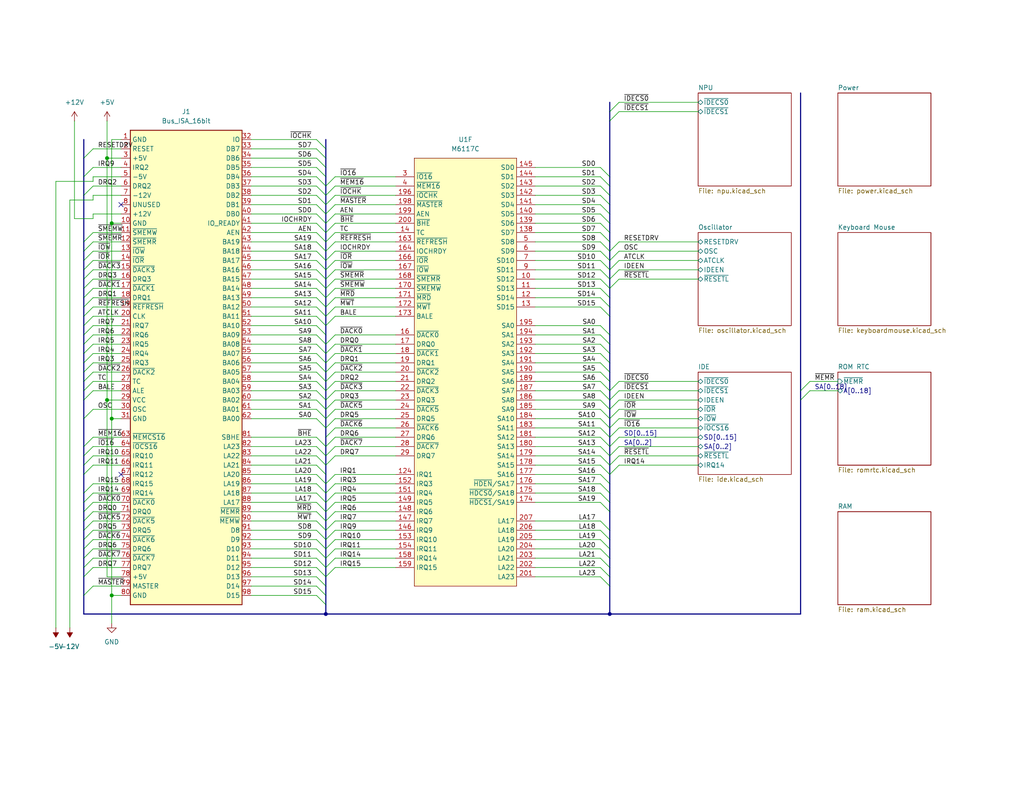
<source format=kicad_sch>
(kicad_sch (version 20231120) (generator "eeschema") (generator_version "8.0")
  (paper "USLetter")
  (junction (at 30.48 162.56))
  (junction (at 29.21 109.22))
  (junction (at 166.37 167.64))
  (junction (at 30.48 114.3))
  (junction (at 88.9 167.64))
  (junction (at 29.21 43.18))
  (junction (at 30.48 60.96))
  (no_connect (at 33.02 55.88))
  (no_connect (at 33.02 129.54))
  (bus_entry (at 86.36 55.88) (size 2.54 2.54))
  (bus_entry (at 86.36 137.16) (size 2.54 2.54))
  (bus_entry (at 168.91 127) (size -2.54 2.54))
  (bus_entry (at 91.44 60.96) (size -2.54 2.54))
  (bus_entry (at 91.44 73.66) (size -2.54 2.54))
  (bus_entry (at 86.36 78.74) (size 2.54 2.54))
  (bus_entry (at 25.4 96.52) (size -2.54 2.54))
  (bus_entry (at 25.4 78.74) (size -2.54 2.54))
  (bus_entry (at 86.36 119.38) (size 2.54 2.54))
  (bus_entry (at 163.83 109.22) (size 2.54 2.54))
  (bus_entry (at 86.36 86.36) (size 2.54 2.54))
  (bus_entry (at 163.83 91.44) (size 2.54 2.54))
  (bus_entry (at 163.83 111.76) (size 2.54 2.54))
  (bus_entry (at 91.44 99.06) (size -2.54 2.54))
  (bus_entry (at 168.91 73.66) (size -2.54 2.54))
  (bus_entry (at 168.91 104.14) (size -2.54 2.54))
  (bus_entry (at 25.4 137.16) (size -2.54 2.54))
  (bus_entry (at 25.4 139.7) (size -2.54 2.54))
  (bus_entry (at 86.36 40.64) (size 2.54 2.54))
  (bus_entry (at 25.4 50.8) (size -2.54 2.54))
  (bus_entry (at 163.83 157.48) (size 2.54 2.54))
  (bus_entry (at 91.44 48.26) (size -2.54 2.54))
  (bus_entry (at 86.36 114.3) (size 2.54 2.54))
  (bus_entry (at 86.36 109.22) (size 2.54 2.54))
  (bus_entry (at 25.4 40.64) (size -2.54 2.54))
  (bus_entry (at 91.44 111.76) (size -2.54 2.54))
  (bus_entry (at 86.36 38.1) (size 2.54 2.54))
  (bus_entry (at 91.44 132.08) (size -2.54 2.54))
  (bus_entry (at 25.4 160.02) (size -2.54 2.54))
  (bus_entry (at 91.44 134.62) (size -2.54 2.54))
  (bus_entry (at 168.91 106.68) (size -2.54 2.54))
  (bus_entry (at 168.91 109.22) (size -2.54 2.54))
  (bus_entry (at 91.44 144.78) (size -2.54 2.54))
  (bus_entry (at 25.4 45.72) (size -2.54 2.54))
  (bus_entry (at 25.4 132.08) (size -2.54 2.54))
  (bus_entry (at 25.4 121.92) (size -2.54 2.54))
  (bus_entry (at 163.83 144.78) (size 2.54 2.54))
  (bus_entry (at 86.36 63.5) (size 2.54 2.54))
  (bus_entry (at 25.4 101.6) (size -2.54 2.54))
  (bus_entry (at 163.83 124.46) (size 2.54 2.54))
  (bus_entry (at 25.4 63.5) (size -2.54 2.54))
  (bus_entry (at 86.36 81.28) (size 2.54 2.54))
  (bus_entry (at 86.36 124.46) (size 2.54 2.54))
  (bus_entry (at 25.4 124.46) (size -2.54 2.54))
  (bus_entry (at 86.36 162.56) (size 2.54 2.54))
  (bus_entry (at 86.36 104.14) (size 2.54 2.54))
  (bus_entry (at 91.44 147.32) (size -2.54 2.54))
  (bus_entry (at 163.83 48.26) (size 2.54 2.54))
  (bus_entry (at 86.36 45.72) (size 2.54 2.54))
  (bus_entry (at 86.36 144.78) (size 2.54 2.54))
  (bus_entry (at 25.4 154.94) (size -2.54 2.54))
  (bus_entry (at 163.83 96.52) (size 2.54 2.54))
  (bus_entry (at 163.83 71.12) (size 2.54 2.54))
  (bus_entry (at 163.83 132.08) (size 2.54 2.54))
  (bus_entry (at 86.36 76.2) (size 2.54 2.54))
  (bus_entry (at 163.83 106.68) (size 2.54 2.54))
  (bus_entry (at 168.91 119.38) (size -2.54 2.54))
  (bus_entry (at 168.91 114.3) (size -2.54 2.54))
  (bus_entry (at 163.83 50.8) (size 2.54 2.54))
  (bus_entry (at 218.44 109.22) (size 2.54 -2.54))
  (bus_entry (at 25.4 91.44) (size -2.54 2.54))
  (bus_entry (at 168.91 76.2) (size -2.54 2.54))
  (bus_entry (at 86.36 58.42) (size 2.54 2.54))
  (bus_entry (at 86.36 91.44) (size 2.54 2.54))
  (bus_entry (at 86.36 127) (size 2.54 2.54))
  (bus_entry (at 163.83 127) (size 2.54 2.54))
  (bus_entry (at 163.83 142.24) (size 2.54 2.54))
  (bus_entry (at 91.44 124.46) (size -2.54 2.54))
  (bus_entry (at 163.83 83.82) (size 2.54 2.54))
  (bus_entry (at 25.4 86.36) (size -2.54 2.54))
  (bus_entry (at 163.83 121.92) (size 2.54 2.54))
  (bus_entry (at 163.83 93.98) (size 2.54 2.54))
  (bus_entry (at 25.4 81.28) (size -2.54 2.54))
  (bus_entry (at 91.44 50.8) (size -2.54 2.54))
  (bus_entry (at 218.44 106.68) (size 2.54 -2.54))
  (bus_entry (at 86.36 149.86) (size 2.54 2.54))
  (bus_entry (at 86.36 48.26) (size 2.54 2.54))
  (bus_entry (at 91.44 78.74) (size -2.54 2.54))
  (bus_entry (at 86.36 152.4) (size 2.54 2.54))
  (bus_entry (at 163.83 129.54) (size 2.54 2.54))
  (bus_entry (at 91.44 114.3) (size -2.54 2.54))
  (bus_entry (at 86.36 71.12) (size 2.54 2.54))
  (bus_entry (at 91.44 142.24) (size -2.54 2.54))
  (bus_entry (at 25.4 99.06) (size -2.54 2.54))
  (bus_entry (at 25.4 127) (size -2.54 2.54))
  (bus_entry (at 25.4 142.24) (size -2.54 2.54))
  (bus_entry (at 163.83 78.74) (size 2.54 2.54))
  (bus_entry (at 91.44 121.92) (size -2.54 2.54))
  (bus_entry (at 163.83 134.62) (size 2.54 2.54))
  (bus_entry (at 91.44 66.04) (size -2.54 2.54))
  (bus_entry (at 25.4 71.12) (size -2.54 2.54))
  (bus_entry (at 91.44 152.4) (size -2.54 2.54))
  (bus_entry (at 163.83 81.28) (size 2.54 2.54))
  (bus_entry (at 91.44 116.84) (size -2.54 2.54))
  (bus_entry (at 168.91 30.48) (size -2.54 2.54))
  (bus_entry (at 86.36 73.66) (size 2.54 2.54))
  (bus_entry (at 91.44 129.54) (size -2.54 2.54))
  (bus_entry (at 168.91 68.58) (size -2.54 2.54))
  (bus_entry (at 25.4 66.04) (size -2.54 2.54))
  (bus_entry (at 25.4 104.14) (size -2.54 2.54))
  (bus_entry (at 163.83 114.3) (size 2.54 2.54))
  (bus_entry (at 91.44 68.58) (size -2.54 2.54))
  (bus_entry (at 168.91 121.92) (size -2.54 2.54))
  (bus_entry (at 163.83 99.06) (size 2.54 2.54))
  (bus_entry (at 86.36 121.92) (size 2.54 2.54))
  (bus_entry (at 86.36 157.48) (size 2.54 2.54))
  (bus_entry (at 163.83 68.58) (size 2.54 2.54))
  (bus_entry (at 91.44 139.7) (size -2.54 2.54))
  (bus_entry (at 91.44 101.6) (size -2.54 2.54))
  (bus_entry (at 86.36 134.62) (size 2.54 2.54))
  (bus_entry (at 163.83 53.34) (size 2.54 2.54))
  (bus_entry (at 25.4 144.78) (size -2.54 2.54))
  (bus_entry (at 25.4 111.76) (size -2.54 2.54))
  (bus_entry (at 163.83 60.96) (size 2.54 2.54))
  (bus_entry (at 86.36 88.9) (size 2.54 2.54))
  (bus_entry (at 25.4 149.86) (size -2.54 2.54))
  (bus_entry (at 86.36 66.04) (size 2.54 2.54))
  (bus_entry (at 91.44 76.2) (size -2.54 2.54))
  (bus_entry (at 163.83 104.14) (size 2.54 2.54))
  (bus_entry (at 86.36 96.52) (size 2.54 2.54))
  (bus_entry (at 25.4 106.68) (size -2.54 2.54))
  (bus_entry (at 86.36 154.94) (size 2.54 2.54))
  (bus_entry (at 91.44 154.94) (size -2.54 2.54))
  (bus_entry (at 25.4 93.98) (size -2.54 2.54))
  (bus_entry (at 168.91 124.46) (size -2.54 2.54))
  (bus_entry (at 163.83 101.6) (size 2.54 2.54))
  (bus_entry (at 86.36 147.32) (size 2.54 2.54))
  (bus_entry (at 163.83 137.16) (size 2.54 2.54))
  (bus_entry (at 91.44 93.98) (size -2.54 2.54))
  (bus_entry (at 86.36 106.68) (size 2.54 2.54))
  (bus_entry (at 86.36 53.34) (size 2.54 2.54))
  (bus_entry (at 168.91 116.84) (size -2.54 2.54))
  (bus_entry (at 25.4 68.58) (size -2.54 2.54))
  (bus_entry (at 163.83 147.32) (size 2.54 2.54))
  (bus_entry (at 86.36 142.24) (size 2.54 2.54))
  (bus_entry (at 163.83 73.66) (size 2.54 2.54))
  (bus_entry (at 163.83 154.94) (size 2.54 2.54))
  (bus_entry (at 91.44 58.42) (size -2.54 2.54))
  (bus_entry (at 91.44 86.36) (size -2.54 2.54))
  (bus_entry (at 86.36 160.02) (size 2.54 2.54))
  (bus_entry (at 91.44 106.68) (size -2.54 2.54))
  (bus_entry (at 91.44 71.12) (size -2.54 2.54))
  (bus_entry (at 91.44 96.52) (size -2.54 2.54))
  (bus_entry (at 163.83 66.04) (size 2.54 2.54))
  (bus_entry (at 168.91 66.04) (size -2.54 2.54))
  (bus_entry (at 25.4 76.2) (size -2.54 2.54))
  (bus_entry (at 168.91 27.94) (size -2.54 2.54))
  (bus_entry (at 168.91 71.12) (size -2.54 2.54))
  (bus_entry (at 91.44 83.82) (size -2.54 2.54))
  (bus_entry (at 163.83 58.42) (size 2.54 2.54))
  (bus_entry (at 25.4 119.38) (size -2.54 2.54))
  (bus_entry (at 86.36 68.58) (size 2.54 2.54))
  (bus_entry (at 91.44 53.34) (size -2.54 2.54))
  (bus_entry (at 25.4 134.62) (size -2.54 2.54))
  (bus_entry (at 163.83 55.88) (size 2.54 2.54))
  (bus_entry (at 163.83 116.84) (size 2.54 2.54))
  (bus_entry (at 86.36 139.7) (size 2.54 2.54))
  (bus_entry (at 25.4 147.32) (size -2.54 2.54))
  (bus_entry (at 163.83 45.72) (size 2.54 2.54))
  (bus_entry (at 86.36 50.8) (size 2.54 2.54))
  (bus_entry (at 25.4 73.66) (size -2.54 2.54))
  (bus_entry (at 25.4 152.4) (size -2.54 2.54))
  (bus_entry (at 91.44 81.28) (size -2.54 2.54))
  (bus_entry (at 91.44 149.86) (size -2.54 2.54))
  (bus_entry (at 86.36 111.76) (size 2.54 2.54))
  (bus_entry (at 91.44 63.5) (size -2.54 2.54))
  (bus_entry (at 86.36 99.06) (size 2.54 2.54))
  (bus_entry (at 91.44 137.16) (size -2.54 2.54))
  (bus_entry (at 86.36 83.82) (size 2.54 2.54))
  (bus_entry (at 163.83 63.5) (size 2.54 2.54))
  (bus_entry (at 91.44 119.38) (size -2.54 2.54))
  (bus_entry (at 91.44 104.14) (size -2.54 2.54))
  (bus_entry (at 86.36 43.18) (size 2.54 2.54))
  (bus_entry (at 163.83 119.38) (size 2.54 2.54))
  (bus_entry (at 163.83 149.86) (size 2.54 2.54))
  (bus_entry (at 86.36 129.54) (size 2.54 2.54))
  (bus_entry (at 86.36 132.08) (size 2.54 2.54))
  (bus_entry (at 168.91 111.76) (size -2.54 2.54))
  (bus_entry (at 86.36 60.96) (size 2.54 2.54))
  (bus_entry (at 163.83 88.9) (size 2.54 2.54))
  (bus_entry (at 25.4 83.82) (size -2.54 2.54))
  (bus_entry (at 86.36 93.98) (size 2.54 2.54))
  (bus_entry (at 86.36 101.6) (size 2.54 2.54))
  (bus_entry (at 91.44 55.88) (size -2.54 2.54))
  (bus_entry (at 163.83 76.2) (size 2.54 2.54))
  (bus_entry (at 25.4 88.9) (size -2.54 2.54))
  (bus_entry (at 163.83 152.4) (size 2.54 2.54))
  (bus_entry (at 91.44 109.22) (size -2.54 2.54))
  (bus_entry (at 91.44 91.44) (size -2.54 2.54))
  (bus (pts (xy 22.86 48.26) (xy 22.86 53.34)))
  (bus (pts (xy 166.37 106.68) (xy 166.37 109.22)))
  (wire (pts (xy 146.05 53.34) (xy 163.83 53.34)))
  (wire (pts (xy 25.4 91.44) (xy 33.02 91.44)))
  (wire (pts (xy 91.44 134.62) (xy 107.95 134.62)))
  (bus (pts (xy 88.9 119.38) (xy 88.9 121.92)))
  (wire (pts (xy 68.58 137.16) (xy 86.36 137.16)))
  (wire (pts (xy 30.48 60.96) (xy 33.02 60.96)))
  (bus (pts (xy 88.9 121.92) (xy 88.9 124.46)))
  (wire (pts (xy 68.58 154.94) (xy 86.36 154.94)))
  (wire (pts (xy 91.44 109.22) (xy 107.95 109.22)))
  (bus (pts (xy 166.37 129.54) (xy 166.37 132.08)))
  (bus (pts (xy 166.37 137.16) (xy 166.37 139.7)))
  (bus (pts (xy 166.37 55.88) (xy 166.37 58.42)))
  (wire (pts (xy 168.91 109.22) (xy 190.5 109.22)))
  (wire (pts (xy 29.21 33.02) (xy 29.21 43.18)))
  (bus (pts (xy 166.37 96.52) (xy 166.37 99.06)))
  (bus (pts (xy 88.9 91.44) (xy 88.9 93.98)))
  (wire (pts (xy 68.58 55.88) (xy 86.36 55.88)))
  (wire (pts (xy 25.4 48.26) (xy 25.4 49.53)))
  (wire (pts (xy 25.4 73.66) (xy 33.02 73.66)))
  (wire (pts (xy 25.4 86.36) (xy 33.02 86.36)))
  (wire (pts (xy 25.4 50.8) (xy 33.02 50.8)))
  (wire (pts (xy 146.05 104.14) (xy 163.83 104.14)))
  (bus (pts (xy 166.37 134.62) (xy 166.37 137.16)))
  (bus (pts (xy 22.86 106.68) (xy 22.86 109.22)))
  (wire (pts (xy 68.58 134.62) (xy 86.36 134.62)))
  (wire (pts (xy 68.58 121.92) (xy 86.36 121.92)))
  (bus (pts (xy 166.37 139.7) (xy 166.37 144.78)))
  (wire (pts (xy 146.05 114.3) (xy 163.83 114.3)))
  (wire (pts (xy 25.4 58.42) (xy 25.4 59.69)))
  (wire (pts (xy 68.58 144.78) (xy 86.36 144.78)))
  (bus (pts (xy 88.9 142.24) (xy 88.9 144.78)))
  (wire (pts (xy 91.44 104.14) (xy 107.95 104.14)))
  (wire (pts (xy 29.21 109.22) (xy 29.21 157.48)))
  (wire (pts (xy 146.05 93.98) (xy 163.83 93.98)))
  (bus (pts (xy 88.9 76.2) (xy 88.9 78.74)))
  (bus (pts (xy 22.86 38.1) (xy 22.86 43.18)))
  (bus (pts (xy 22.86 144.78) (xy 22.86 147.32)))
  (wire (pts (xy 146.05 129.54) (xy 163.83 129.54)))
  (bus (pts (xy 88.9 53.34) (xy 88.9 55.88)))
  (wire (pts (xy 91.44 53.34) (xy 107.95 53.34)))
  (wire (pts (xy 25.4 104.14) (xy 33.02 104.14)))
  (wire (pts (xy 25.4 137.16) (xy 33.02 137.16)))
  (bus (pts (xy 88.9 127) (xy 88.9 129.54)))
  (wire (pts (xy 25.4 111.76) (xy 33.02 111.76)))
  (wire (pts (xy 68.58 43.18) (xy 86.36 43.18)))
  (bus (pts (xy 22.86 154.94) (xy 22.86 157.48)))
  (wire (pts (xy 25.4 121.92) (xy 33.02 121.92)))
  (bus (pts (xy 88.9 45.72) (xy 88.9 48.26)))
  (wire (pts (xy 25.4 93.98) (xy 33.02 93.98)))
  (wire (pts (xy 25.4 49.53) (xy 15.24 49.53)))
  (bus (pts (xy 166.37 73.66) (xy 166.37 76.2)))
  (wire (pts (xy 20.32 33.02) (xy 20.32 59.69)))
  (wire (pts (xy 91.44 48.26) (xy 107.95 48.26)))
  (bus (pts (xy 166.37 93.98) (xy 166.37 96.52)))
  (wire (pts (xy 25.4 144.78) (xy 33.02 144.78)))
  (wire (pts (xy 68.58 76.2) (xy 86.36 76.2)))
  (bus (pts (xy 22.86 162.56) (xy 22.86 167.64)))
  (wire (pts (xy 91.44 154.94) (xy 107.95 154.94)))
  (bus (pts (xy 22.86 139.7) (xy 22.86 142.24)))
  (wire (pts (xy 30.48 162.56) (xy 30.48 170.18)))
  (wire (pts (xy 29.21 157.48) (xy 33.02 157.48)))
  (wire (pts (xy 68.58 66.04) (xy 86.36 66.04)))
  (wire (pts (xy 91.44 121.92) (xy 107.95 121.92)))
  (bus (pts (xy 166.37 68.58) (xy 166.37 71.12)))
  (wire (pts (xy 25.4 142.24) (xy 33.02 142.24)))
  (wire (pts (xy 220.98 106.68) (xy 228.6 106.68)))
  (bus (pts (xy 166.37 58.42) (xy 166.37 60.96)))
  (wire (pts (xy 146.05 63.5) (xy 163.83 63.5)))
  (bus (pts (xy 166.37 81.28) (xy 166.37 83.82)))
  (bus (pts (xy 22.86 91.44) (xy 22.86 93.98)))
  (bus (pts (xy 88.9 99.06) (xy 88.9 101.6)))
  (wire (pts (xy 25.4 101.6) (xy 33.02 101.6)))
  (wire (pts (xy 68.58 81.28) (xy 86.36 81.28)))
  (bus (pts (xy 166.37 86.36) (xy 166.37 91.44)))
  (wire (pts (xy 146.05 147.32) (xy 163.83 147.32)))
  (wire (pts (xy 91.44 99.06) (xy 107.95 99.06)))
  (bus (pts (xy 166.37 99.06) (xy 166.37 101.6)))
  (bus (pts (xy 166.37 149.86) (xy 166.37 152.4)))
  (wire (pts (xy 68.58 99.06) (xy 86.36 99.06)))
  (wire (pts (xy 146.05 81.28) (xy 163.83 81.28)))
  (wire (pts (xy 68.58 106.68) (xy 86.36 106.68)))
  (wire (pts (xy 168.91 76.2) (xy 190.5 76.2)))
  (wire (pts (xy 25.4 147.32) (xy 33.02 147.32)))
  (bus (pts (xy 88.9 134.62) (xy 88.9 137.16)))
  (wire (pts (xy 68.58 91.44) (xy 86.36 91.44)))
  (bus (pts (xy 22.86 134.62) (xy 22.86 137.16)))
  (wire (pts (xy 91.44 76.2) (xy 107.95 76.2)))
  (bus (pts (xy 166.37 116.84) (xy 166.37 119.38)))
  (wire (pts (xy 68.58 78.74) (xy 86.36 78.74)))
  (wire (pts (xy 146.05 154.94) (xy 163.83 154.94)))
  (wire (pts (xy 25.4 76.2) (xy 33.02 76.2)))
  (wire (pts (xy 30.48 60.96) (xy 30.48 114.3)))
  (wire (pts (xy 68.58 48.26) (xy 86.36 48.26)))
  (wire (pts (xy 91.44 111.76) (xy 107.95 111.76)))
  (wire (pts (xy 33.02 58.42) (xy 25.4 58.42)))
  (wire (pts (xy 68.58 132.08) (xy 86.36 132.08)))
  (bus (pts (xy 22.86 83.82) (xy 22.86 86.36)))
  (bus (pts (xy 22.86 142.24) (xy 22.86 144.78)))
  (wire (pts (xy 68.58 114.3) (xy 86.36 114.3)))
  (wire (pts (xy 168.91 66.04) (xy 190.5 66.04)))
  (wire (pts (xy 146.05 88.9) (xy 163.83 88.9)))
  (wire (pts (xy 146.05 121.92) (xy 163.83 121.92)))
  (wire (pts (xy 19.05 54.61) (xy 19.05 171.45)))
  (wire (pts (xy 220.98 104.14) (xy 228.6 104.14)))
  (bus (pts (xy 22.86 167.64) (xy 88.9 167.64)))
  (wire (pts (xy 168.91 104.14) (xy 190.5 104.14)))
  (wire (pts (xy 68.58 101.6) (xy 86.36 101.6)))
  (wire (pts (xy 146.05 134.62) (xy 163.83 134.62)))
  (wire (pts (xy 168.91 68.58) (xy 190.5 68.58)))
  (wire (pts (xy 146.05 66.04) (xy 163.83 66.04)))
  (wire (pts (xy 168.91 73.66) (xy 190.5 73.66)))
  (bus (pts (xy 166.37 76.2) (xy 166.37 78.74)))
  (wire (pts (xy 68.58 109.22) (xy 86.36 109.22)))
  (wire (pts (xy 68.58 60.96) (xy 86.36 60.96)))
  (wire (pts (xy 91.44 119.38) (xy 107.95 119.38)))
  (wire (pts (xy 146.05 91.44) (xy 163.83 91.44)))
  (wire (pts (xy 91.44 55.88) (xy 107.95 55.88)))
  (bus (pts (xy 22.86 137.16) (xy 22.86 139.7)))
  (bus (pts (xy 88.9 66.04) (xy 88.9 68.58)))
  (bus (pts (xy 88.9 73.66) (xy 88.9 76.2)))
  (bus (pts (xy 166.37 60.96) (xy 166.37 63.5)))
  (wire (pts (xy 68.58 68.58) (xy 86.36 68.58)))
  (bus (pts (xy 88.9 139.7) (xy 88.9 142.24)))
  (bus (pts (xy 166.37 111.76) (xy 166.37 114.3)))
  (bus (pts (xy 166.37 104.14) (xy 166.37 106.68)))
  (wire (pts (xy 91.44 137.16) (xy 107.95 137.16)))
  (bus (pts (xy 88.9 58.42) (xy 88.9 60.96)))
  (bus (pts (xy 22.86 104.14) (xy 22.86 106.68)))
  (wire (pts (xy 168.91 116.84) (xy 190.5 116.84)))
  (wire (pts (xy 146.05 132.08) (xy 163.83 132.08)))
  (wire (pts (xy 68.58 149.86) (xy 86.36 149.86)))
  (bus (pts (xy 218.44 106.68) (xy 218.44 109.22)))
  (wire (pts (xy 91.44 68.58) (xy 107.95 68.58)))
  (bus (pts (xy 22.86 124.46) (xy 22.86 127)))
  (wire (pts (xy 146.05 45.72) (xy 163.83 45.72)))
  (bus (pts (xy 166.37 157.48) (xy 166.37 160.02)))
  (wire (pts (xy 91.44 50.8) (xy 107.95 50.8)))
  (bus (pts (xy 88.9 60.96) (xy 88.9 63.5)))
  (wire (pts (xy 68.58 96.52) (xy 86.36 96.52)))
  (bus (pts (xy 88.9 83.82) (xy 88.9 86.36)))
  (wire (pts (xy 146.05 157.48) (xy 163.83 157.48)))
  (bus (pts (xy 88.9 154.94) (xy 88.9 157.48)))
  (wire (pts (xy 68.58 71.12) (xy 86.36 71.12)))
  (wire (pts (xy 91.44 60.96) (xy 107.95 60.96)))
  (bus (pts (xy 88.9 152.4) (xy 88.9 154.94)))
  (wire (pts (xy 146.05 68.58) (xy 163.83 68.58)))
  (wire (pts (xy 68.58 139.7) (xy 86.36 139.7)))
  (wire (pts (xy 68.58 83.82) (xy 86.36 83.82)))
  (wire (pts (xy 146.05 48.26) (xy 163.83 48.26)))
  (wire (pts (xy 68.58 124.46) (xy 86.36 124.46)))
  (bus (pts (xy 166.37 101.6) (xy 166.37 104.14)))
  (bus (pts (xy 88.9 101.6) (xy 88.9 104.14)))
  (wire (pts (xy 25.4 68.58) (xy 33.02 68.58)))
  (bus (pts (xy 166.37 91.44) (xy 166.37 93.98)))
  (wire (pts (xy 25.4 124.46) (xy 33.02 124.46)))
  (wire (pts (xy 146.05 78.74) (xy 163.83 78.74)))
  (wire (pts (xy 25.4 134.62) (xy 33.02 134.62)))
  (wire (pts (xy 25.4 66.04) (xy 33.02 66.04)))
  (wire (pts (xy 146.05 50.8) (xy 163.83 50.8)))
  (wire (pts (xy 146.05 152.4) (xy 163.83 152.4)))
  (wire (pts (xy 68.58 157.48) (xy 86.36 157.48)))
  (wire (pts (xy 68.58 111.76) (xy 86.36 111.76)))
  (bus (pts (xy 88.9 157.48) (xy 88.9 160.02)))
  (bus (pts (xy 22.86 88.9) (xy 22.86 91.44)))
  (wire (pts (xy 25.4 40.64) (xy 33.02 40.64)))
  (bus (pts (xy 88.9 68.58) (xy 88.9 71.12)))
  (bus (pts (xy 88.9 38.1) (xy 88.9 40.64)))
  (bus (pts (xy 166.37 48.26) (xy 166.37 50.8)))
  (wire (pts (xy 91.44 91.44) (xy 107.95 91.44)))
  (wire (pts (xy 68.58 58.42) (xy 86.36 58.42)))
  (wire (pts (xy 146.05 149.86) (xy 163.83 149.86)))
  (wire (pts (xy 146.05 73.66) (xy 163.83 73.66)))
  (bus (pts (xy 88.9 137.16) (xy 88.9 139.7)))
  (bus (pts (xy 166.37 154.94) (xy 166.37 157.48)))
  (wire (pts (xy 91.44 73.66) (xy 107.95 73.66)))
  (wire (pts (xy 168.91 111.76) (xy 190.5 111.76)))
  (bus (pts (xy 22.86 109.22) (xy 22.86 114.3)))
  (wire (pts (xy 25.4 132.08) (xy 33.02 132.08)))
  (wire (pts (xy 15.24 171.45) (xy 15.24 49.53)))
  (wire (pts (xy 146.05 119.38) (xy 163.83 119.38)))
  (wire (pts (xy 33.02 38.1) (xy 30.48 38.1)))
  (wire (pts (xy 30.48 38.1) (xy 30.48 60.96)))
  (bus (pts (xy 88.9 93.98) (xy 88.9 96.52)))
  (bus (pts (xy 166.37 119.38) (xy 166.37 121.92)))
  (bus (pts (xy 166.37 53.34) (xy 166.37 55.88)))
  (bus (pts (xy 88.9 43.18) (xy 88.9 45.72)))
  (bus (pts (xy 88.9 96.52) (xy 88.9 99.06)))
  (bus (pts (xy 166.37 121.92) (xy 166.37 124.46)))
  (wire (pts (xy 68.58 93.98) (xy 86.36 93.98)))
  (wire (pts (xy 68.58 73.66) (xy 86.36 73.66)))
  (bus (pts (xy 88.9 111.76) (xy 88.9 114.3)))
  (wire (pts (xy 68.58 40.64) (xy 86.36 40.64)))
  (wire (pts (xy 146.05 137.16) (xy 163.83 137.16)))
  (wire (pts (xy 91.44 78.74) (xy 107.95 78.74)))
  (bus (pts (xy 218.44 25.4) (xy 218.44 106.68)))
  (wire (pts (xy 25.4 119.38) (xy 33.02 119.38)))
  (wire (pts (xy 91.44 63.5) (xy 107.95 63.5)))
  (wire (pts (xy 168.91 121.92) (xy 190.5 121.92)))
  (bus (pts (xy 88.9 78.74) (xy 88.9 81.28)))
  (wire (pts (xy 168.91 106.68) (xy 190.5 106.68)))
  (bus (pts (xy 88.9 50.8) (xy 88.9 53.34)))
  (bus (pts (xy 88.9 86.36) (xy 88.9 88.9)))
  (wire (pts (xy 168.91 71.12) (xy 190.5 71.12)))
  (bus (pts (xy 88.9 160.02) (xy 88.9 162.56)))
  (bus (pts (xy 22.86 152.4) (xy 22.86 154.94)))
  (wire (pts (xy 91.44 101.6) (xy 107.95 101.6)))
  (wire (pts (xy 91.44 152.4) (xy 107.95 152.4)))
  (bus (pts (xy 22.86 127) (xy 22.86 129.54)))
  (bus (pts (xy 22.86 99.06) (xy 22.86 101.6)))
  (wire (pts (xy 25.4 127) (xy 33.02 127)))
  (wire (pts (xy 91.44 147.32) (xy 107.95 147.32)))
  (bus (pts (xy 22.86 96.52) (xy 22.86 99.06)))
  (bus (pts (xy 166.37 71.12) (xy 166.37 73.66)))
  (bus (pts (xy 88.9 144.78) (xy 88.9 147.32)))
  (wire (pts (xy 29.21 43.18) (xy 29.21 109.22)))
  (bus (pts (xy 22.86 78.74) (xy 22.86 81.28)))
  (wire (pts (xy 30.48 162.56) (xy 33.02 162.56)))
  (wire (pts (xy 25.4 83.82) (xy 33.02 83.82)))
  (wire (pts (xy 91.44 93.98) (xy 107.95 93.98)))
  (wire (pts (xy 68.58 162.56) (xy 86.36 162.56)))
  (bus (pts (xy 22.86 121.92) (xy 22.86 124.46)))
  (bus (pts (xy 22.86 66.04) (xy 22.86 68.58)))
  (wire (pts (xy 146.05 127) (xy 163.83 127)))
  (wire (pts (xy 146.05 99.06) (xy 163.83 99.06)))
  (bus (pts (xy 166.37 83.82) (xy 166.37 86.36)))
  (bus (pts (xy 88.9 106.68) (xy 88.9 109.22)))
  (bus (pts (xy 166.37 30.48) (xy 166.37 33.02)))
  (bus (pts (xy 88.9 63.5) (xy 88.9 66.04)))
  (wire (pts (xy 30.48 114.3) (xy 30.48 162.56)))
  (wire (pts (xy 168.91 114.3) (xy 190.5 114.3)))
  (wire (pts (xy 25.4 139.7) (xy 33.02 139.7)))
  (wire (pts (xy 25.4 53.34) (xy 25.4 54.61)))
  (wire (pts (xy 25.4 160.02) (xy 33.02 160.02)))
  (bus (pts (xy 22.86 157.48) (xy 22.86 162.56)))
  (wire (pts (xy 68.58 129.54) (xy 86.36 129.54)))
  (wire (pts (xy 25.4 78.74) (xy 33.02 78.74)))
  (wire (pts (xy 91.44 132.08) (xy 107.95 132.08)))
  (bus (pts (xy 88.9 71.12) (xy 88.9 73.66)))
  (bus (pts (xy 88.9 124.46) (xy 88.9 127)))
  (bus (pts (xy 166.37 109.22) (xy 166.37 111.76)))
  (wire (pts (xy 25.4 59.69) (xy 20.32 59.69)))
  (wire (pts (xy 146.05 96.52) (xy 163.83 96.52)))
  (wire (pts (xy 68.58 53.34) (xy 86.36 53.34)))
  (wire (pts (xy 25.4 106.68) (xy 33.02 106.68)))
  (wire (pts (xy 146.05 76.2) (xy 163.83 76.2)))
  (wire (pts (xy 25.4 88.9) (xy 33.02 88.9)))
  (wire (pts (xy 68.58 119.38) (xy 86.36 119.38)))
  (wire (pts (xy 33.02 43.18) (xy 29.21 43.18)))
  (wire (pts (xy 68.58 88.9) (xy 86.36 88.9)))
  (wire (pts (xy 91.44 139.7) (xy 107.95 139.7)))
  (bus (pts (xy 166.37 27.94) (xy 166.37 30.48)))
  (bus (pts (xy 166.37 63.5) (xy 166.37 66.04)))
  (bus (pts (xy 22.86 114.3) (xy 22.86 121.92)))
  (bus (pts (xy 166.37 147.32) (xy 166.37 149.86)))
  (bus (pts (xy 88.9 114.3) (xy 88.9 116.84)))
  (wire (pts (xy 146.05 55.88) (xy 163.83 55.88)))
  (bus (pts (xy 22.86 76.2) (xy 22.86 78.74)))
  (wire (pts (xy 91.44 106.68) (xy 107.95 106.68)))
  (wire (pts (xy 91.44 142.24) (xy 107.95 142.24)))
  (wire (pts (xy 68.58 104.14) (xy 86.36 104.14)))
  (bus (pts (xy 22.86 93.98) (xy 22.86 96.52)))
  (wire (pts (xy 68.58 152.4) (xy 86.36 152.4)))
  (bus (pts (xy 88.9 147.32) (xy 88.9 149.86)))
  (wire (pts (xy 25.4 152.4) (xy 33.02 152.4)))
  (wire (pts (xy 168.91 30.48) (xy 190.5 30.48)))
  (wire (pts (xy 168.91 127) (xy 190.5 127)))
  (wire (pts (xy 146.05 58.42) (xy 163.83 58.42)))
  (bus (pts (xy 218.44 109.22) (xy 218.44 167.64)))
  (bus (pts (xy 166.37 124.46) (xy 166.37 127)))
  (bus (pts (xy 166.37 160.02) (xy 166.37 167.64)))
  (wire (pts (xy 68.58 38.1) (xy 86.36 38.1)))
  (bus (pts (xy 166.37 50.8) (xy 166.37 53.34)))
  (bus (pts (xy 22.86 53.34) (xy 22.86 66.04)))
  (wire (pts (xy 168.91 27.94) (xy 190.5 27.94)))
  (wire (pts (xy 91.44 144.78) (xy 107.95 144.78)))
  (bus (pts (xy 22.86 71.12) (xy 22.86 73.66)))
  (wire (pts (xy 146.05 124.46) (xy 163.83 124.46)))
  (wire (pts (xy 91.44 86.36) (xy 107.95 86.36)))
  (wire (pts (xy 25.4 149.86) (xy 33.02 149.86)))
  (wire (pts (xy 146.05 83.82) (xy 163.83 83.82)))
  (bus (pts (xy 88.9 40.64) (xy 88.9 43.18)))
  (wire (pts (xy 91.44 114.3) (xy 107.95 114.3)))
  (wire (pts (xy 68.58 63.5) (xy 86.36 63.5)))
  (bus (pts (xy 22.86 73.66) (xy 22.86 76.2)))
  (wire (pts (xy 146.05 109.22) (xy 163.83 109.22)))
  (wire (pts (xy 30.48 114.3) (xy 33.02 114.3)))
  (bus (pts (xy 22.86 68.58) (xy 22.86 71.12)))
  (bus (pts (xy 88.9 88.9) (xy 88.9 91.44)))
  (wire (pts (xy 146.05 60.96) (xy 163.83 60.96)))
  (wire (pts (xy 25.4 154.94) (xy 33.02 154.94)))
  (bus (pts (xy 88.9 104.14) (xy 88.9 106.68)))
  (wire (pts (xy 25.4 63.5) (xy 33.02 63.5)))
  (bus (pts (xy 88.9 109.22) (xy 88.9 111.76)))
  (wire (pts (xy 68.58 50.8) (xy 86.36 50.8)))
  (wire (pts (xy 25.4 54.61) (xy 19.05 54.61)))
  (wire (pts (xy 91.44 58.42) (xy 107.95 58.42)))
  (wire (pts (xy 25.4 71.12) (xy 33.02 71.12)))
  (wire (pts (xy 68.58 45.72) (xy 86.36 45.72)))
  (wire (pts (xy 33.02 48.26) (xy 25.4 48.26)))
  (bus (pts (xy 166.37 66.04) (xy 166.37 68.58)))
  (wire (pts (xy 168.91 119.38) (xy 190.5 119.38)))
  (wire (pts (xy 25.4 81.28) (xy 33.02 81.28)))
  (wire (pts (xy 68.58 127) (xy 86.36 127)))
  (bus (pts (xy 166.37 114.3) (xy 166.37 116.84)))
  (wire (pts (xy 68.58 147.32) (xy 86.36 147.32)))
  (wire (pts (xy 146.05 71.12) (xy 163.83 71.12)))
  (wire (pts (xy 168.91 124.46) (xy 190.5 124.46)))
  (wire (pts (xy 68.58 160.02) (xy 86.36 160.02)))
  (bus (pts (xy 88.9 165.1) (xy 88.9 167.64)))
  (bus (pts (xy 22.86 101.6) (xy 22.86 104.14)))
  (wire (pts (xy 91.44 83.82) (xy 107.95 83.82)))
  (bus (pts (xy 22.86 147.32) (xy 22.86 149.86)))
  (wire (pts (xy 91.44 66.04) (xy 107.95 66.04)))
  (wire (pts (xy 91.44 124.46) (xy 107.95 124.46)))
  (bus (pts (xy 88.9 162.56) (xy 88.9 165.1)))
  (wire (pts (xy 25.4 96.52) (xy 33.02 96.52)))
  (bus (pts (xy 22.86 149.86) (xy 22.86 152.4)))
  (bus (pts (xy 166.37 78.74) (xy 166.37 81.28)))
  (wire (pts (xy 146.05 106.68) (xy 163.83 106.68)))
  (bus (pts (xy 22.86 81.28) (xy 22.86 83.82)))
  (bus (pts (xy 166.37 144.78) (xy 166.37 147.32)))
  (bus (pts (xy 88.9 55.88) (xy 88.9 58.42)))
  (bus (pts (xy 88.9 116.84) (xy 88.9 119.38)))
  (wire (pts (xy 146.05 101.6) (xy 163.83 101.6)))
  (wire (pts (xy 91.44 116.84) (xy 107.95 116.84)))
  (bus (pts (xy 22.86 43.18) (xy 22.86 48.26)))
  (bus (pts (xy 88.9 129.54) (xy 88.9 132.08)))
  (wire (pts (xy 91.44 71.12) (xy 107.95 71.12)))
  (bus (pts (xy 166.37 167.64) (xy 218.44 167.64)))
  (wire (pts (xy 25.4 45.72) (xy 33.02 45.72)))
  (wire (pts (xy 146.05 144.78) (xy 163.83 144.78)))
  (bus (pts (xy 88.9 167.64) (xy 166.37 167.64)))
  (wire (pts (xy 33.02 53.34) (xy 25.4 53.34)))
  (wire (pts (xy 25.4 99.06) (xy 33.02 99.06)))
  (wire (pts (xy 91.44 149.86) (xy 107.95 149.86)))
  (bus (pts (xy 166.37 132.08) (xy 166.37 134.62)))
  (bus (pts (xy 22.86 129.54) (xy 22.86 134.62)))
  (wire (pts (xy 68.58 142.24) (xy 86.36 142.24)))
  (wire (pts (xy 91.44 96.52) (xy 107.95 96.52)))
  (bus (pts (xy 88.9 149.86) (xy 88.9 152.4)))
  (bus (pts (xy 166.37 33.02) (xy 166.37 48.26)))
  (wire (pts (xy 146.05 142.24) (xy 163.83 142.24)))
  (wire (pts (xy 146.05 111.76) (xy 163.83 111.76)))
  (bus (pts (xy 88.9 81.28) (xy 88.9 83.82)))
  (bus (pts (xy 166.37 152.4) (xy 166.37 154.94)))
  (bus (pts (xy 22.86 86.36) (xy 22.86 88.9)))
  (bus (pts (xy 166.37 127) (xy 166.37 129.54)))
  (bus (pts (xy 88.9 132.08) (xy 88.9 134.62)))
  (wire (pts (xy 146.05 116.84) (xy 163.83 116.84)))
  (wire (pts (xy 91.44 81.28) (xy 107.95 81.28)))
  (bus (pts (xy 88.9 48.26) (xy 88.9 50.8)))
  (wire (pts (xy 91.44 129.54) (xy 107.95 129.54)))
  (wire (pts (xy 29.21 109.22) (xy 33.02 109.22)))
  (wire (pts (xy 68.58 86.36) (xy 86.36 86.36)))
  (label "ATCLK" (at 170.18 71.12 0))
  (label "SD14" (at 162.56 81.28 180))
  (label "~{DACK6}" (at 92.71 116.84 0))
  (label "~{BHE}" (at 92.71 60.96 0))
  (label "SD15" (at 162.56 83.82 180))
  (label "~{DACK7}" (at 92.71 121.92 0))
  (label "SD6" (at 85.09 43.18 180))
  (label "SA5" (at 162.56 101.6 180))
  (label "IRQ6" (at 26.67 91.44 0))
  (label "SA3" (at 85.09 106.68 180))
  (label "SD5" (at 85.09 45.72 180))
  (label "IRQ14" (at 170.18 127 0))
  (label "LA21" (at 85.09 127 180))
  (label "SD4" (at 162.56 55.88 180))
  (label "SD14" (at 85.09 160.02 180))
  (label "SA11" (at 85.09 86.36 180))
  (label "SA6" (at 85.09 99.06 180))
  (label "IRQ1" (at 92.71 129.54 0))
  (label "~{DACK5}" (at 92.71 111.76 0))
  (label "~{IOR}" (at 170.18 111.76 0))
  (label "DRQ1" (at 26.67 81.28 0))
  (label "~{SMEMR}" (at 26.67 66.04 0))
  (label "IRQ15" (at 26.67 132.08 0))
  (label "TC" (at 26.67 104.14 0))
  (label "LA22" (at 85.09 124.46 180))
  (label "SD[0..15]" (at 170.18 119.38 0))
  (label "DRQ2" (at 92.71 104.14 0))
  (label "SA12" (at 85.09 83.82 180))
  (label "IRQ4" (at 26.67 96.52 0))
  (label "DRQ7" (at 92.71 124.46 0))
  (label "IRQ10" (at 92.71 147.32 0))
  (label "~{IDECS0}" (at 170.18 104.14 0))
  (label "IRQ14" (at 92.71 152.4 0))
  (label "~{DACK6}" (at 26.67 147.32 0))
  (label "~{REFRESH}" (at 26.67 83.82 0))
  (label "AEN" (at 85.09 63.5 180))
  (label "SD11" (at 162.56 73.66 180))
  (label "~{IOR}" (at 92.71 71.12 0))
  (label "DRQ3" (at 92.71 109.22 0))
  (label "DRQ5" (at 92.71 114.3 0))
  (label "LA19" (at 85.09 132.08 180))
  (label "OSC" (at 26.67 111.76 0))
  (label "IOCHRDY" (at 92.71 68.58 0))
  (label "IRQ15" (at 92.71 154.94 0))
  (label "~{MEM16}" (at 26.67 119.38 0))
  (label "IRQ11" (at 26.67 127 0))
  (label "SD1" (at 162.56 48.26 180))
  (label "LA18" (at 85.09 134.62 180))
  (label "LA18" (at 162.56 144.78 180))
  (label "SA12" (at 162.56 119.38 180))
  (label "SA8" (at 162.56 109.22 180))
  (label "~{DACK0}" (at 26.67 137.16 0))
  (label "SD9" (at 162.56 68.58 180))
  (label "SA19" (at 85.09 66.04 180))
  (label "SA13" (at 162.56 121.92 180))
  (label "SD4" (at 85.09 48.26 180))
  (label "~{DACK1}" (at 92.71 96.52 0))
  (label "~{MEMR}" (at 222.25 104.14 0))
  (label "SD10" (at 85.09 149.86 180))
  (label "SD0" (at 85.09 58.42 180))
  (label "SA7" (at 162.56 106.68 180))
  (label "~{IOW}" (at 92.71 73.66 0))
  (label "DRQ0" (at 92.71 93.98 0))
  (label "~{DACK1}" (at 26.67 78.74 0))
  (label "SD3" (at 85.09 50.8 180))
  (label "SD15" (at 85.09 162.56 180))
  (label "IRQ6" (at 92.71 139.7 0))
  (label "SD8" (at 85.09 144.78 180))
  (label "SD9" (at 85.09 147.32 180))
  (label "~{IO16}" (at 26.67 121.92 0))
  (label "SA7" (at 85.09 96.52 180))
  (label "IRQ3" (at 92.71 132.08 0))
  (label "~{DACK7}" (at 26.67 152.4 0))
  (label "SA9" (at 162.56 111.76 180))
  (label "SA19" (at 162.56 137.16 180))
  (label "IDEEN" (at 170.18 109.22 0))
  (label "SA0" (at 85.09 114.3 180))
  (label "SD1" (at 85.09 55.88 180))
  (label "SA0" (at 162.56 88.9 180))
  (label "LA17" (at 85.09 137.16 180))
  (label "~{IDECS1}" (at 170.18 106.68 0))
  (label "IRQ9" (at 92.71 144.78 0))
  (label "SA2" (at 162.56 93.98 180))
  (label "SA10" (at 85.09 88.9 180))
  (label "IRQ3" (at 26.67 99.06 0))
  (label "~{MRD}" (at 85.09 139.7 180))
  (label "IRQ14" (at 26.67 134.62 0))
  (label "TC" (at 92.71 63.5 0))
  (label "LA17" (at 162.56 142.24 180))
  (label "LA23" (at 85.09 121.92 180))
  (label "IRQ5" (at 26.67 93.98 0))
  (label "SA15" (at 85.09 76.2 180))
  (label "SD7" (at 85.09 40.64 180))
  (label "IRQ11" (at 92.71 149.86 0))
  (label "IRQ5" (at 92.71 137.16 0))
  (label "BALE" (at 26.67 106.68 0))
  (label "~{BHE}" (at 85.09 119.38 180))
  (label "SD5" (at 162.56 58.42 180))
  (label "~{MWT}" (at 92.71 83.82 0))
  (label "~{IOCHK}" (at 85.09 38.1 180))
  (label "SA18" (at 162.56 134.62 180))
  (label "DRQ7" (at 26.67 154.94 0))
  (label "SA4" (at 85.09 104.14 180))
  (label "SA4" (at 162.56 99.06 180))
  (label "~{SMEMR}" (at 92.71 76.2 0))
  (label "SD8" (at 162.56 66.04 180))
  (label "ATCLK" (at 26.67 86.36 0))
  (label "~{IOW}" (at 170.18 114.3 0))
  (label "AEN" (at 92.71 58.42 0))
  (label "~{IOCHK}" (at 92.71 53.34 0))
  (label "DRQ0" (at 26.67 139.7 0))
  (label "LA19" (at 162.56 147.32 180))
  (label "~{DACK3}" (at 92.71 106.68 0))
  (label "SD7" (at 162.56 63.5 180))
  (label "SD3" (at 162.56 53.34 180))
  (label "SA16" (at 162.56 129.54 180))
  (label "SA2" (at 85.09 109.22 180))
  (label "SA6" (at 162.56 104.14 180))
  (label "SA8" (at 85.09 93.98 180))
  (label "SA1" (at 85.09 111.76 180))
  (label "BALE" (at 92.71 86.36 0))
  (label "SD2" (at 162.56 50.8 180))
  (label "~{SMEMW}" (at 92.71 78.74 0))
  (label "~{MWT}" (at 85.09 142.24 180))
  (label "SA17" (at 85.09 71.12 180))
  (label "SA13" (at 85.09 81.28 180))
  (label "SD2" (at 85.09 53.34 180))
  (label "~{REFRESH}" (at 92.71 66.04 0))
  (label "~{DACK3}" (at 26.67 73.66 0))
  (label "~{IO16}" (at 170.18 116.84 0))
  (label "~{IDECS1}" (at 170.18 30.48 0))
  (label "IDEEN" (at 170.18 73.66 0))
  (label "IRQ7" (at 26.67 88.9 0))
  (label "SA1" (at 162.56 91.44 180))
  (label "LA23" (at 162.56 157.48 180))
  (label "RESETDRV" (at 26.67 40.64 0))
  (label "~{IOW}" (at 26.67 68.58 0))
  (label "~{IDECS0}" (at 170.18 27.94 0))
  (label "SA[0..18]" (at 222.25 106.68 0))
  (label "~{MASTER}" (at 26.67 160.02 0))
  (label "IRQ9" (at 26.67 45.72 0))
  (label "SA3" (at 162.56 96.52 180))
  (label "~{RESETL}" (at 170.18 76.2 0))
  (label "SA11" (at 162.56 116.84 180))
  (label "DRQ2" (at 26.67 50.8 0))
  (label "LA22" (at 162.56 154.94 180))
  (label "SD12" (at 85.09 154.94 180))
  (label "~{DACK2}" (at 92.71 101.6 0))
  (label "~{MRD}" (at 92.71 81.28 0))
  (label "SA10" (at 162.56 114.3 180))
  (label "SD11" (at 85.09 152.4 180))
  (label "DRQ3" (at 26.67 76.2 0))
  (label "RESETDRV" (at 170.18 66.04 0))
  (label "IRQ10" (at 26.67 124.46 0))
  (label "~{SMEMW}" (at 26.67 63.5 0))
  (label "~{RESETL}" (at 170.18 124.46 0))
  (label "~{IO16}" (at 92.71 48.26 0))
  (label "IOCHRDY" (at 85.09 60.96 180))
  (label "SA[0..2]" (at 170.18 121.92 0))
  (label "LA20" (at 85.09 129.54 180))
  (label "~{DACK5}" (at 26.67 142.24 0))
  (label "SA18" (at 85.09 68.58 180))
  (label "LA20" (at 162.56 149.86 180))
  (label "~{MASTER}" (at 92.71 55.88 0))
  (label "DRQ1" (at 92.71 99.06 0))
  (label "SD0" (at 162.56 45.72 180))
  (label "SA5" (at 85.09 101.6 180))
  (label "~{DACK2}" (at 26.67 101.6 0))
  (label "SA14" (at 85.09 78.74 180))
  (label "DRQ5" (at 26.67 144.78 0))
  (label "~{DACK0}" (at 92.71 91.44 0))
  (label "SD10" (at 162.56 71.12 180))
  (label "OSC" (at 170.18 68.58 0))
  (label "SD13" (at 162.56 78.74 180))
  (label "IRQ4" (at 92.71 134.62 0))
  (label "~{MEM16}" (at 92.71 50.8 0))
  (label "IRQ7" (at 92.71 142.24 0))
  (label "SA9" (at 85.09 91.44 180))
  (label "SA14" (at 162.56 124.46 180))
  (label "LA21" (at 162.56 152.4 180))
  (label "SA17" (at 162.56 132.08 180))
  (label "~{IOR}" (at 26.67 71.12 0))
  (label "DRQ6" (at 92.71 119.38 0))
  (label "SD6" (at 162.56 60.96 180))
  (label "DRQ6" (at 26.67 149.86 0))
  (label "SA16" (at 85.09 73.66 180))
  (label "SA15" (at 162.56 127 180))
  (label "SD13" (at 85.09 157.48 180))
  (label "SD12" (at 162.56 76.2 180))
  (symbol (lib_id "Connector:Bus_ISA_16bit") (at 50.8 101.6 0) (unit 1)
    (property "Reference" "J1" (at 50.8 30.48 0))
    (property "Value" "Bus_ISA_16bit" (at 50.8 33.02 0))
    (property "Datasheet" "https://en.wikipedia.org/wiki/Industry_Standard_Architecture" (effects (hide yes)))
    (property "Description" "16-bit ISA-AT bus connector" (effects (hide yes)))
  )
  (symbol (lib_id "power:-5V") (at 15.24 171.45 180) (unit 1)
    (property "Reference" "#PWR018" (effects (hide yes)))
    (property "Value" "-5V" (at 15.24 176.53 0))
    (property "Description" "Power symbol creates a global label with name \"-5V\"" (effects (hide yes)))
  )
  (symbol (lib_id "power:GND") (at 30.48 170.18 0) (unit 1)
    (property "Reference" "#PWR017" (effects (hide yes)))
    (property "Value" "GND" (at 30.48 175.26 0))
    (property "Description" "Power symbol creates a global label with name \"GND\" , ground" (effects (hide yes)))
  )
  (symbol (lib_id "power:+12V") (at 20.32 33.02 0) (unit 1)
    (property "Reference" "#PWR019" (effects (hide yes)))
    (property "Value" "+12V" (at 20.32 27.94 0))
    (property "Description" "Power symbol creates a global label with name \"+12V\"" (effects (hide yes)))
  )
  (symbol (lib_id "pc-parts:M6117C") (at 127 101.6 0) (unit 6)
    (property "Reference" "U1" (at 127 38.1 0))
    (property "Value" "M6117C" (at 127 40.64 0))
  )
  (symbol (lib_id "power:-12V") (at 19.05 171.45 180) (unit 1)
    (property "Reference" "#PWR020" (effects (hide yes)))
    (property "Value" "-12V" (at 19.05 176.53 0))
    (property "Description" "Power symbol creates a global label with name \"-12V\"" (effects (hide yes)))
  )
  (symbol (lib_id "power:+5V") (at 29.21 33.02 0) (unit 1)
    (property "Reference" "#PWR016" (effects (hide yes)))
    (property "Value" "+5V" (at 29.21 27.94 0))
    (property "Description" "Power symbol creates a global label with name \"+5V\"" (effects (hide yes)))
  )
  (sheet (at 228.6 139.7) (size 25.4 25.4) (stroke (width 0.1524))
    (property "Sheetname" "RAM" (at 228.6 138.9884 0) (effects (justify left bottom)))
    (property "Sheetfile" "ram.kicad_sch" (at 228.6 165.6846 0) (effects (justify left top)))
  )
  (sheet (at 190.5 63.5) (size 25.4 25.4) (stroke (width 0.1524))
    (property "Sheetname" "Oscillator" (at 190.5 62.7884 0) (effects (justify left bottom)))
    (property "Sheetfile" "oscillator.kicad_sch" (at 190.5 89.4846 0) (effects (justify left top)))
    (pin "RESETDRV" bidirectional (at 190.5 66.04 180))
    (pin "OSC" bidirectional (at 190.5 68.58 180))
    (pin "ATCLK" bidirectional (at 190.5 71.12 180))
    (pin "IDEEN" bidirectional (at 190.5 73.66 180))
    (pin "~{RESETL}" bidirectional (at 190.5 76.2 180))
  )
  (sheet (at 190.5 101.6) (size 25.4 27.94) (stroke (width 0.1524))
    (property "Sheetname" "IDE" (at 190.5 100.8884 0) (effects (justify left bottom)))
    (property "Sheetfile" "ide.kicad_sch" (at 190.5 130.1246 0) (effects (justify left top)))
    (pin "~{IDECS0}" bidirectional (at 190.5 104.14 180))
    (pin "~{IDECS1}" bidirectional (at 190.5 106.68 180))
    (pin "IDEEN" bidirectional (at 190.5 109.22 180))
    (pin "~{IOR}" bidirectional (at 190.5 111.76 180))
    (pin "~{IOW}" bidirectional (at 190.5 114.3 180))
    (pin "~{IOCS16}" bidirectional (at 190.5 116.84 180))
    (pin "SD[0..15]" bidirectional (at 190.5 119.38 180))
    (pin "SA[0..2]" bidirectional (at 190.5 121.92 180))
    (pin "~{RESETL}" bidirectional (at 190.5 124.46 180))
    (pin "IRQ14" bidirectional (at 190.5 127 180))
  )
  (sheet (at 228.6 101.6) (size 25.4 25.4) (stroke (width 0.1524))
    (property "Sheetname" "ROM RTC" (at 228.6 100.8884 0) (effects (justify left bottom)))
    (property "Sheetfile" "romrtc.kicad_sch" (at 228.6 127.5846 0) (effects (justify left top)))
    (pin "~{MEMR}" input (at 228.6 104.14 180))
    (pin "A[0..18]" bidirectional (at 228.6 106.68 180))
  )
  (sheet (at 190.5 25.4) (size 25.4 25.4) (stroke (width 0.1524))
    (property "Sheetname" "NPU" (at 190.5 24.6884 0) (effects (justify left bottom)))
    (property "Sheetfile" "npu.kicad_sch" (at 190.5 51.3846 0) (effects (justify left top)))
    (pin "~{IDECS1}" bidirectional (at 190.5 30.48 180))
    (pin "~{IDECS0}" bidirectional (at 190.5 27.94 180))
  )
  (sheet (at 228.6 25.4) (size 25.4 25.4) (stroke (width 0.1524))
    (property "Sheetname" "Power" (at 228.6 24.6884 0) (effects (justify left bottom)))
    (property "Sheetfile" "power.kicad_sch" (at 228.6 51.3846 0) (effects (justify left top)))
  )
  (sheet (at 228.6 63.5) (size 25.4 25.4) (stroke (width 0.1524))
    (property "Sheetname" "Keyboard Mouse" (at 228.6 62.7884 0) (effects (justify left bottom)))
    (property "Sheetfile" "keyboardmouse.kicad_sch" (at 228.6 89.4846 0) (effects (justify left top)))
  )
)
</source>
